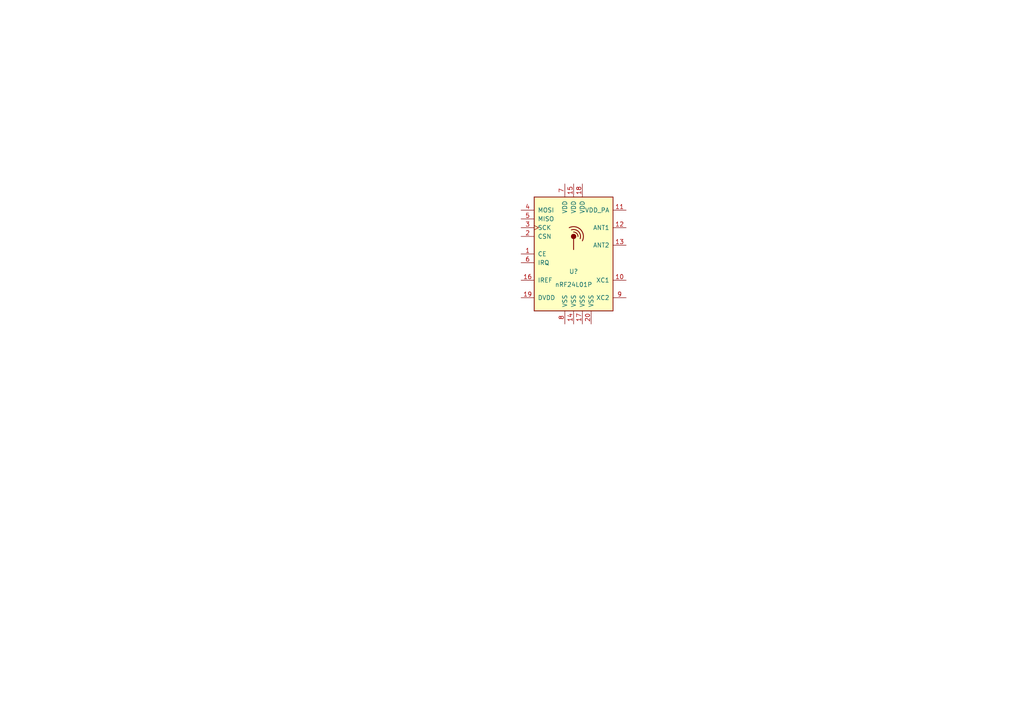
<source format=kicad_sch>
(kicad_sch (version 20210406) (generator eeschema)
  (paper "A4")
  (lib_symbols
    (symbol "RF:nRF24L01P" (pin_names (offset 1.016))
      (property "Reference" "U" (at -11.43 17.78 0))
      (property "Value" "nRF24L01P" (at 5.08 17.78 0))
      (symbol "nRF24L01P_0_1"
        (arc (start -1.27 7.62) (end 2.54 3.81) (radius (at 0 5.08) (length 2.8448) (angles 116.6 -26.6)) (stroke (width 0.254)))
        (arc (start 0 6.35) (end 1.27 5.08) (radius (at 0 5.1054) (length 1.2446) (angles 90 -1.1)) (stroke (width 0.254)))
        (arc (start -0.635 6.985) (end 1.905 4.445) (radius (at 0 5.1054) (length 1.9812) (angles 108.7 -19.1)) (stroke (width 0.254)))
        (circle (center 0 5.08) (radius 0.635) (stroke (width 0.254)) (fill (type outline)))
        (rectangle (start 11.43 -13.97) (end 11.43 -13.97))
        (rectangle (start -11.43 16.51) (end 11.43 -16.51) (stroke (width 0.254)) (fill (type background)))
        (polyline (pts (xy 0 4.445) (xy 0 1.27)) (stroke (width 0.254)))
      )
      (symbol "nRF24L01P_1_1"
        (pin input line (at -15.24 0 0) (length 3.81) (name "CE") (number "1"))
        (pin passive line (at 15.24 -7.62 180) (length 3.81) (name "XC1") (number "10"))
        (pin power_out line (at 15.24 12.7 180) (length 3.81) (name "VDD_PA") (number "11"))
        (pin passive line (at 15.24 7.62 180) (length 3.81) (name "ANT1") (number "12"))
        (pin passive line (at 15.24 2.54 180) (length 3.81) (name "ANT2") (number "13"))
        (pin power_in line (at 0 -20.32 90) (length 3.81) (name "VSS") (number "14"))
        (pin power_in line (at 0 20.32 270) (length 3.81) (name "VDD") (number "15"))
        (pin passive line (at -15.24 -7.62 0) (length 3.81) (name "IREF") (number "16"))
        (pin power_in line (at 2.54 -20.32 90) (length 3.81) (name "VSS") (number "17"))
        (pin power_in line (at 2.54 20.32 270) (length 3.81) (name "VDD") (number "18"))
        (pin power_out line (at -15.24 -12.7 0) (length 3.81) (name "DVDD") (number "19"))
        (pin input line (at -15.24 5.08 0) (length 3.81) (name "CSN") (number "2"))
        (pin power_in line (at 5.08 -20.32 90) (length 3.81) (name "VSS") (number "20"))
        (pin input clock (at -15.24 7.62 0) (length 3.81) (name "SCK") (number "3"))
        (pin input line (at -15.24 12.7 0) (length 3.81) (name "MOSI") (number "4"))
        (pin output line (at -15.24 10.16 0) (length 3.81) (name "MISO") (number "5"))
        (pin output line (at -15.24 -2.54 0) (length 3.81) (name "IRQ") (number "6"))
        (pin power_in line (at -2.54 20.32 270) (length 3.81) (name "VDD") (number "7"))
        (pin power_in line (at -2.54 -20.32 90) (length 3.81) (name "VSS") (number "8"))
        (pin passive line (at 15.24 -12.7 180) (length 3.81) (name "XC2") (number "9"))
      )
    )
  )
  (symbol (lib_id "RF:nRF24L01P") (at 166.37 73.66 0) (unit 1)
    (property "Reference" "U?" (at 166.37 78.74 0))
    (property "Value" "nRF24L01P" (at 166.37 82.55 0))
    (property "Footprint" "Package_DFN_QFN:QFN-20-1EP_4x4mm_P0.5mm_EP2.5x2.5mm" (effects hide))
    (property "Datasheet" "http://www.nordicsemi.com/eng/content/download/2726/34069/file/nRF24L01P_Product_Specification_1_0.pdf" (effects hide))
  )
)
</source>
